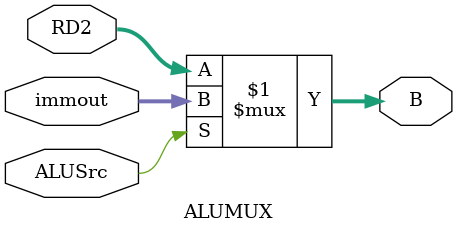
<source format=v>
module ALUMUX(
    input        ALUSrc,
    input[31:0]  RD2,
    input[31:0]  immout,
    output[31:0] B
);

assign B = (ALUSrc) ? immout : RD2;

endmodule
</source>
